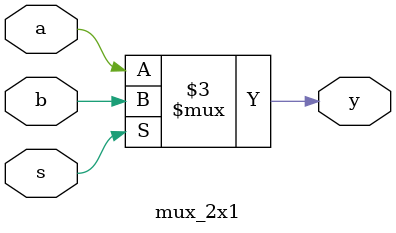
<source format=v>
`timescale 1ns / 1ps 

module mux_2x1(
    input a,b,s,
    output reg y
    );
    
   always @(*) begin
      if (s)
      y = b ;
      else
      y = a ;
    end
    
endmodule

</source>
